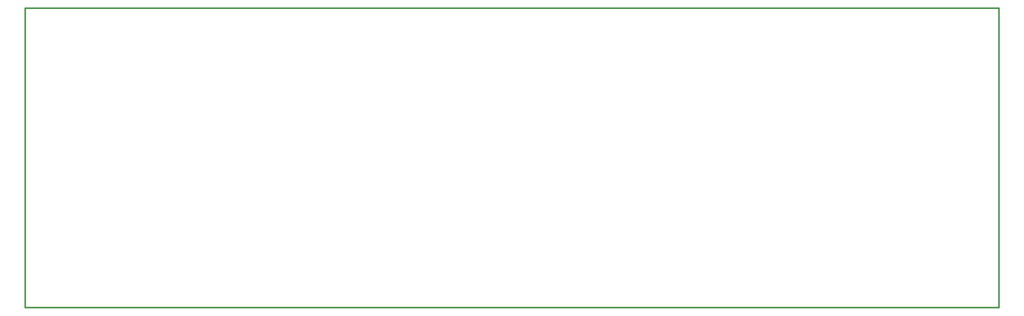
<source format=gbr>
G04 Layer_Color=16711935*
%FSLAX45Y45*%
%MOMM*%
%TF.FileFunction,Other,Mechanical_1*%
%TF.Part,Single*%
G01*
G75*
%TA.AperFunction,NonConductor*%
%ADD48C,0.70000*%
D48*
X4648200Y18263200D02*
X4648200Y5283200D01*
X4648200Y18263200D02*
X46812198Y18263196D01*
Y5283198D02*
Y18263196D01*
X4648200Y5283200D02*
X46812198Y5283198D01*
%TF.MD5,015d97c04821d3f839ec991c39dc407e*%
M02*

</source>
